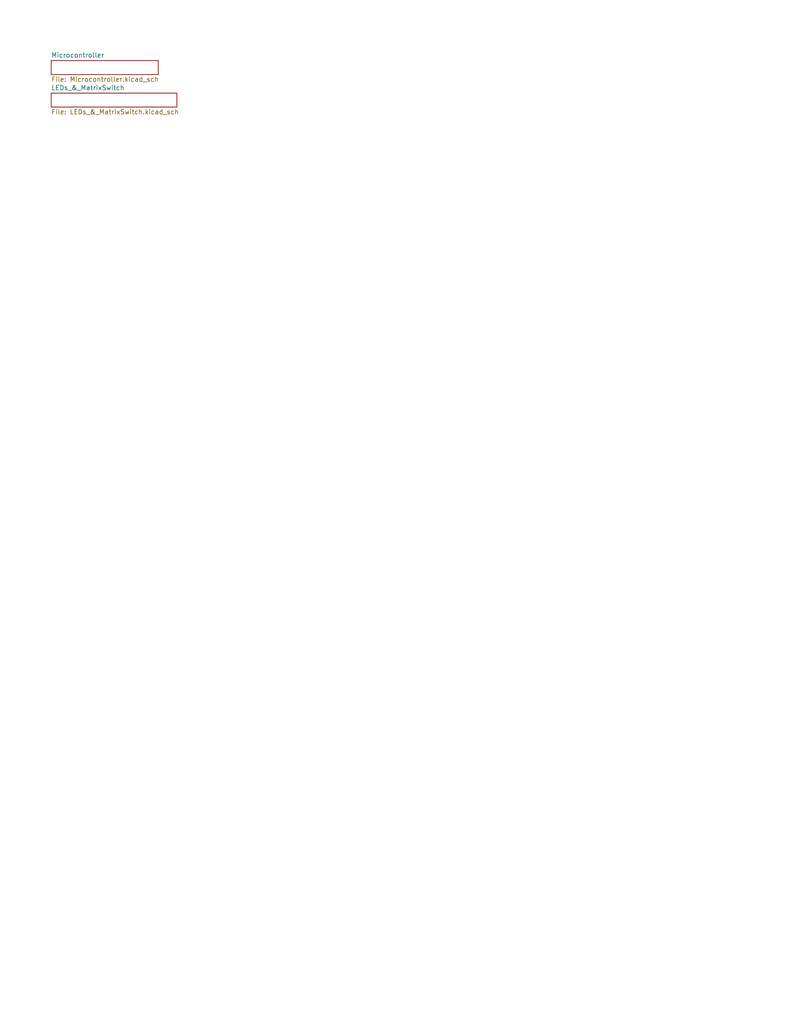
<source format=kicad_sch>
(kicad_sch
	(version 20231120)
	(generator "eeschema")
	(generator_version "8.0")
	(uuid "76da2c7e-d261-4bfc-8577-1420ca47775f")
	(paper "USLetter" portrait)
	(title_block
		(title "Numb")
		(date "2024-12-08")
		(company "a.newhouse")
	)
	(lib_symbols)
	(sheet
		(at 13.97 16.51)
		(size 29.21 3.81)
		(fields_autoplaced yes)
		(stroke
			(width 0.1524)
			(type solid)
		)
		(fill
			(color 0 0 0 0.0000)
		)
		(uuid "1d0a1857-a6d4-4389-826d-f129ecec3e34")
		(property "Sheetname" "Microcontroller"
			(at 13.97 15.7984 0)
			(effects
				(font
					(size 1.27 1.27)
				)
				(justify left bottom)
			)
		)
		(property "Sheetfile" "Microcontroller.kicad_sch"
			(at 13.97 20.9046 0)
			(effects
				(font
					(size 1.27 1.27)
				)
				(justify left top)
			)
		)
		(instances
			(project "Numb"
				(path "/76da2c7e-d261-4bfc-8577-1420ca47775f"
					(page "1")
				)
			)
		)
	)
	(sheet
		(at 13.97 25.4)
		(size 34.29 3.81)
		(fields_autoplaced yes)
		(stroke
			(width 0.1524)
			(type solid)
		)
		(fill
			(color 0 0 0 0.0000)
		)
		(uuid "e7692f84-3aa1-4d59-8d84-62a3e4dae213")
		(property "Sheetname" "LEDs_&_MatrixSwitch"
			(at 13.97 24.6884 0)
			(effects
				(font
					(size 1.27 1.27)
				)
				(justify left bottom)
			)
		)
		(property "Sheetfile" "LEDs_&_MatrixSwitch.kicad_sch"
			(at 13.97 29.7946 0)
			(effects
				(font
					(size 1.27 1.27)
				)
				(justify left top)
			)
		)
		(instances
			(project "Numb"
				(path "/76da2c7e-d261-4bfc-8577-1420ca47775f"
					(page "2")
				)
			)
		)
	)
	(sheet_instances
		(path "/"
			(page "3")
		)
	)
)

</source>
